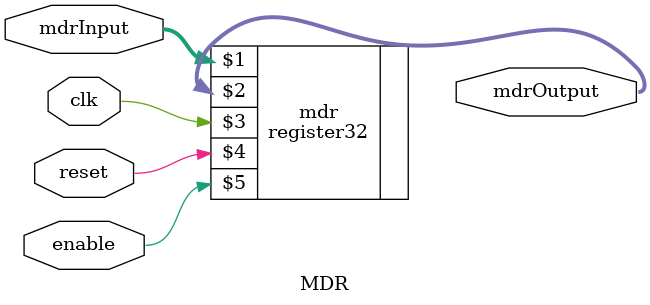
<source format=v>
module MDR(mdrInput, mdrOutput, clk, reset, enable);

parameter WIDTH = 32;

	input wire [WIDTH-1:0] mdrInput;
	output reg [WIDTH-1:0] mdrOutput;
	input clk, reset, enable;

	


register32 mdr(mdrInput, mdrOutput, clk, reset, enable);


		
endmodule
</source>
